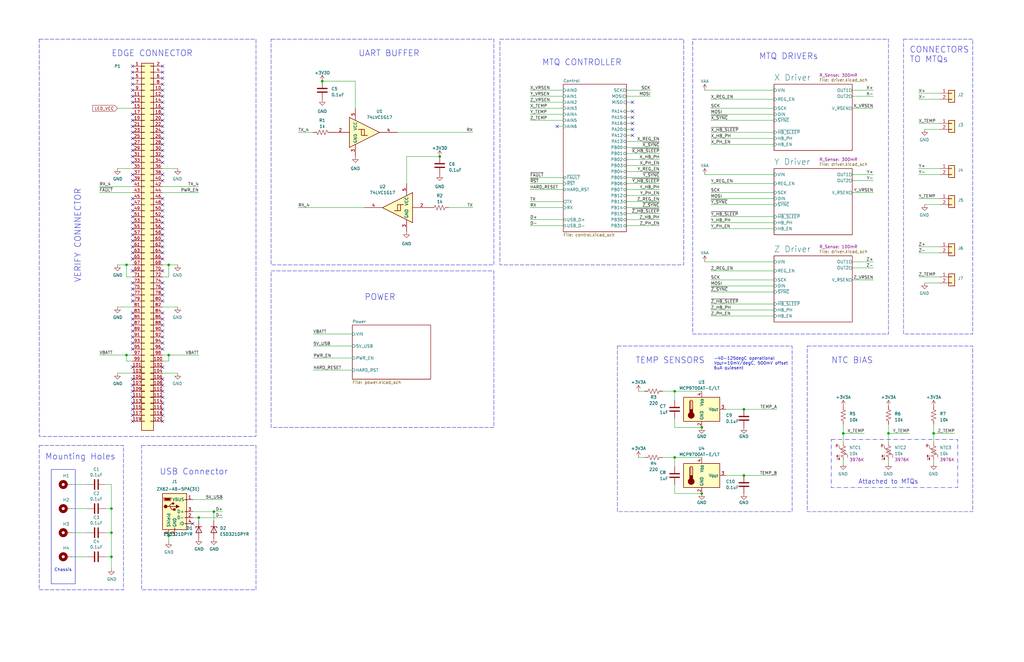
<source format=kicad_sch>
(kicad_sch (version 20230121) (generator eeschema)
  (paper "B")
  (junction (at 71.12 226.06))
  (junction (at 284.48 193.04))
  (junction (at 295.91 208.28))
  (junction (at 284.48 165.1))
  (junction (at 374.65 182.88))
  (junction (at 71.12 111.76))
  (junction (at 355.6 182.88))
  (junction (at 185.42 66.04))
  (junction (at 83.82 218.44))
  (junction (at 295.91 180.34))
  (junction (at 71.12 149.86))
  (junction (at 53.34 111.76))
  (junction (at 313.69 200.66))
  (junction (at 313.69 172.72))
  (junction (at 53.34 149.86))
  (junction (at 46.99 214.63))
  (junction (at 135.89 34.29))
  (junction (at 393.7 182.88))
  (junction (at 46.99 234.95))
  (junction (at 90.17 215.9))
  (junction (at 46.99 224.79))
  (no_connect (at 55.88 132.08))
  (no_connect (at 68.58 91.44))
  (no_connect (at 266.7 49.53))
  (no_connect (at 68.58 134.62))
  (no_connect (at 55.88 147.32))
  (no_connect (at 68.58 40.64))
  (no_connect (at 68.58 30.48))
  (no_connect (at 68.58 170.18))
  (no_connect (at 68.58 50.8))
  (no_connect (at 68.58 147.32))
  (no_connect (at 68.58 99.06))
  (no_connect (at 68.58 119.38))
  (no_connect (at 68.58 114.3))
  (no_connect (at 55.88 101.6))
  (no_connect (at 68.58 88.9))
  (no_connect (at 55.88 83.82))
  (no_connect (at 68.58 175.26))
  (no_connect (at 68.58 124.46))
  (no_connect (at 68.58 68.58))
  (no_connect (at 266.7 52.07))
  (no_connect (at 55.88 66.04))
  (no_connect (at 68.58 121.92))
  (no_connect (at 68.58 35.56))
  (no_connect (at 55.88 104.14))
  (no_connect (at 68.58 86.36))
  (no_connect (at 68.58 48.26))
  (no_connect (at 68.58 142.24))
  (no_connect (at 55.88 50.8))
  (no_connect (at 55.88 106.68))
  (no_connect (at 55.88 30.48))
  (no_connect (at 55.88 139.7))
  (no_connect (at 55.88 144.78))
  (no_connect (at 68.58 53.34))
  (no_connect (at 266.7 57.15))
  (no_connect (at 55.88 127))
  (no_connect (at 68.58 73.66))
  (no_connect (at 68.58 83.82))
  (no_connect (at 55.88 73.66))
  (no_connect (at 68.58 76.2))
  (no_connect (at 55.88 119.38))
  (no_connect (at 55.88 172.72))
  (no_connect (at 55.88 160.02))
  (no_connect (at 55.88 170.18))
  (no_connect (at 68.58 101.6))
  (no_connect (at 68.58 106.68))
  (no_connect (at 68.58 55.88))
  (no_connect (at 68.58 60.96))
  (no_connect (at 55.88 165.1))
  (no_connect (at 81.28 220.98))
  (no_connect (at 68.58 154.94))
  (no_connect (at 68.58 162.56))
  (no_connect (at 55.88 68.58))
  (no_connect (at 55.88 175.26))
  (no_connect (at 68.58 167.64))
  (no_connect (at 68.58 144.78))
  (no_connect (at 68.58 45.72))
  (no_connect (at 55.88 154.94))
  (no_connect (at 55.88 88.9))
  (no_connect (at 55.88 121.92))
  (no_connect (at 55.88 114.3))
  (no_connect (at 68.58 127))
  (no_connect (at 55.88 99.06))
  (no_connect (at 68.58 38.1))
  (no_connect (at 55.88 137.16))
  (no_connect (at 68.58 172.72))
  (no_connect (at 68.58 58.42))
  (no_connect (at 55.88 142.24))
  (no_connect (at 68.58 132.08))
  (no_connect (at 55.88 76.2))
  (no_connect (at 55.88 167.64))
  (no_connect (at 55.88 27.94))
  (no_connect (at 55.88 177.8))
  (no_connect (at 68.58 139.7))
  (no_connect (at 55.88 109.22))
  (no_connect (at 55.88 86.36))
  (no_connect (at 68.58 109.22))
  (no_connect (at 55.88 35.56))
  (no_connect (at 68.58 104.14))
  (no_connect (at 68.58 177.8))
  (no_connect (at 68.58 93.98))
  (no_connect (at 68.58 63.5))
  (no_connect (at 68.58 137.16))
  (no_connect (at 55.88 48.26))
  (no_connect (at 266.7 43.18))
  (no_connect (at 55.88 96.52))
  (no_connect (at 55.88 55.88))
  (no_connect (at 68.58 165.1))
  (no_connect (at 68.58 66.04))
  (no_connect (at 55.88 33.02))
  (no_connect (at 68.58 160.02))
  (no_connect (at 55.88 38.1))
  (no_connect (at 55.88 53.34))
  (no_connect (at 68.58 33.02))
  (no_connect (at 55.88 43.18))
  (no_connect (at 68.58 27.94))
  (no_connect (at 55.88 40.64))
  (no_connect (at 55.88 162.56))
  (no_connect (at 55.88 93.98))
  (no_connect (at 55.88 134.62))
  (no_connect (at 266.7 46.99))
  (no_connect (at 234.95 53.34))
  (no_connect (at 55.88 91.44))
  (no_connect (at 55.88 124.46))
  (no_connect (at 266.7 54.61))
  (no_connect (at 68.58 96.52))
  (no_connect (at 55.88 63.5))
  (no_connect (at 55.88 60.96))
  (no_connect (at 68.58 43.18))
  (no_connect (at 55.88 58.42))
  (wire (pts (xy 223.52 74.93) (xy 237.49 74.93)))
  (wire (pts (xy 132.08 146.05) (xy 148.59 146.05)))
  (wire (pts (xy 53.34 116.84) (xy 53.34 111.76)))
  (wire (pts (xy 135.89 34.29) (xy 149.86 34.29)))
  (wire (pts (xy 264.16 67.31) (xy 278.13 67.31)))
  (wire (pts (xy 264.16 74.93) (xy 278.13 74.93)))
  (wire (pts (xy 368.3 40.64) (xy 359.41 40.64)))
  (wire (pts (xy 125.73 55.88) (xy 132.08 55.88)))
  (wire (pts (xy 71.12 226.06) (xy 71.12 228.6)))
  (wire (pts (xy 83.82 218.44) (xy 93.98 218.44)))
  (wire (pts (xy 299.72 123.19) (xy 326.39 123.19)))
  (wire (pts (xy 46.99 224.79) (xy 46.99 234.95)))
  (wire (pts (xy 81.28 210.82) (xy 93.98 210.82)))
  (wire (pts (xy 171.45 66.04) (xy 185.42 66.04)))
  (wire (pts (xy 393.7 194.31) (xy 393.7 195.58)))
  (wire (pts (xy 71.12 111.76) (xy 71.12 116.84)))
  (wire (pts (xy 393.7 182.88) (xy 402.59 182.88)))
  (wire (pts (xy 223.52 38.1) (xy 237.49 38.1)))
  (wire (pts (xy 264.16 92.71) (xy 278.13 92.71)))
  (wire (pts (xy 264.16 72.39) (xy 278.13 72.39)))
  (wire (pts (xy 223.52 87.63) (xy 237.49 87.63)))
  (wire (pts (xy 374.65 182.88) (xy 383.54 182.88)))
  (wire (pts (xy 374.65 194.31) (xy 374.65 195.58)))
  (wire (pts (xy 30.48 204.47) (xy 36.83 204.47)))
  (wire (pts (xy 125.73 87.63) (xy 153.67 87.63)))
  (wire (pts (xy 68.58 78.74) (xy 83.82 78.74)))
  (wire (pts (xy 368.3 113.03) (xy 359.41 113.03)))
  (wire (pts (xy 368.3 73.66) (xy 359.41 73.66)))
  (wire (pts (xy 223.52 85.09) (xy 237.49 85.09)))
  (wire (pts (xy 387.35 104.14) (xy 396.24 104.14)))
  (wire (pts (xy 299.72 81.28) (xy 326.39 81.28)))
  (wire (pts (xy 68.58 129.54) (xy 74.93 129.54)))
  (wire (pts (xy 264.16 87.63) (xy 278.13 87.63)))
  (wire (pts (xy 299.72 60.96) (xy 326.39 60.96)))
  (wire (pts (xy 90.17 215.9) (xy 93.98 215.9)))
  (wire (pts (xy 299.72 114.3) (xy 326.39 114.3)))
  (wire (pts (xy 299.72 77.47) (xy 326.39 77.47)))
  (wire (pts (xy 264.16 62.23) (xy 278.13 62.23)))
  (wire (pts (xy 53.34 149.86) (xy 55.88 149.86)))
  (wire (pts (xy 264.16 49.53) (xy 266.7 49.53)))
  (wire (pts (xy 132.08 140.97) (xy 148.59 140.97)))
  (wire (pts (xy 223.52 92.71) (xy 237.49 92.71)))
  (wire (pts (xy 355.6 179.07) (xy 355.6 182.88)))
  (wire (pts (xy 299.72 86.36) (xy 326.39 86.36)))
  (wire (pts (xy 299.72 45.72) (xy 326.39 45.72)))
  (wire (pts (xy 71.12 149.86) (xy 83.82 149.86)))
  (wire (pts (xy 264.16 43.18) (xy 266.7 43.18)))
  (wire (pts (xy 368.3 38.1) (xy 359.41 38.1)))
  (wire (pts (xy 389.89 86.36) (xy 396.24 86.36)))
  (wire (pts (xy 30.48 214.63) (xy 36.83 214.63)))
  (wire (pts (xy 359.41 118.11) (xy 368.3 118.11)))
  (wire (pts (xy 41.91 81.28) (xy 55.88 81.28)))
  (wire (pts (xy 279.4 165.1) (xy 284.48 165.1)))
  (wire (pts (xy 53.34 149.86) (xy 53.34 152.4)))
  (wire (pts (xy 306.07 200.66) (xy 313.69 200.66)))
  (wire (pts (xy 387.35 52.07) (xy 396.24 52.07)))
  (wire (pts (xy 284.48 193.04) (xy 284.48 196.85)))
  (wire (pts (xy 299.72 58.42) (xy 326.39 58.42)))
  (wire (pts (xy 389.89 119.38) (xy 396.24 119.38)))
  (wire (pts (xy 374.65 179.07) (xy 374.65 182.88)))
  (wire (pts (xy 264.16 46.99) (xy 266.7 46.99)))
  (wire (pts (xy 44.45 224.79) (xy 46.99 224.79)))
  (wire (pts (xy 46.99 214.63) (xy 46.99 204.47)))
  (wire (pts (xy 387.35 41.91) (xy 396.24 41.91)))
  (wire (pts (xy 389.89 54.61) (xy 396.24 54.61)))
  (wire (pts (xy 279.4 193.04) (xy 284.48 193.04)))
  (wire (pts (xy 223.52 43.18) (xy 237.49 43.18)))
  (wire (pts (xy 271.78 165.1) (xy 269.24 165.1)))
  (wire (pts (xy 264.16 82.55) (xy 278.13 82.55)))
  (wire (pts (xy 387.35 39.37) (xy 396.24 39.37)))
  (wire (pts (xy 264.16 64.77) (xy 278.13 64.77)))
  (wire (pts (xy 71.12 226.06) (xy 73.66 226.06)))
  (wire (pts (xy 284.48 208.28) (xy 284.48 204.47)))
  (wire (pts (xy 299.72 55.88) (xy 326.39 55.88)))
  (wire (pts (xy 55.88 71.12) (xy 49.53 71.12)))
  (wire (pts (xy 299.72 120.65) (xy 326.39 120.65)))
  (wire (pts (xy 393.7 182.88) (xy 393.7 186.69)))
  (wire (pts (xy 223.52 77.47) (xy 237.49 77.47)))
  (wire (pts (xy 90.17 215.9) (xy 90.17 219.71)))
  (wire (pts (xy 359.41 81.28) (xy 368.3 81.28)))
  (wire (pts (xy 223.52 95.25) (xy 237.49 95.25)))
  (wire (pts (xy 313.69 200.66) (xy 327.66 200.66)))
  (wire (pts (xy 49.53 111.76) (xy 53.34 111.76)))
  (wire (pts (xy 368.3 110.49) (xy 359.41 110.49)))
  (wire (pts (xy 53.34 111.76) (xy 55.88 111.76)))
  (wire (pts (xy 46.99 214.63) (xy 46.99 224.79)))
  (wire (pts (xy 299.72 91.44) (xy 326.39 91.44)))
  (wire (pts (xy 234.95 53.34) (xy 237.49 53.34)))
  (wire (pts (xy 71.12 111.76) (xy 74.93 111.76)))
  (wire (pts (xy 387.35 106.68) (xy 396.24 106.68)))
  (wire (pts (xy 49.53 45.72) (xy 55.88 45.72)))
  (wire (pts (xy 299.72 133.35) (xy 326.39 133.35)))
  (wire (pts (xy 284.48 193.04) (xy 295.91 193.04)))
  (wire (pts (xy 299.72 41.91) (xy 326.39 41.91)))
  (wire (pts (xy 264.16 80.01) (xy 278.13 80.01)))
  (wire (pts (xy 393.7 179.07) (xy 393.7 182.88)))
  (wire (pts (xy 355.6 182.88) (xy 355.6 186.69)))
  (wire (pts (xy 68.58 71.12) (xy 74.93 71.12)))
  (wire (pts (xy 295.91 208.28) (xy 284.48 208.28)))
  (wire (pts (xy 83.82 218.44) (xy 83.82 219.71)))
  (wire (pts (xy 132.08 156.21) (xy 148.59 156.21)))
  (wire (pts (xy 387.35 71.12) (xy 396.24 71.12)))
  (wire (pts (xy 387.35 73.66) (xy 396.24 73.66)))
  (wire (pts (xy 41.91 78.74) (xy 55.88 78.74)))
  (wire (pts (xy 284.48 180.34) (xy 284.48 176.53)))
  (wire (pts (xy 368.3 76.2) (xy 359.41 76.2)))
  (wire (pts (xy 264.16 95.25) (xy 278.13 95.25)))
  (wire (pts (xy 264.16 90.17) (xy 278.13 90.17)))
  (wire (pts (xy 297.18 110.49) (xy 326.39 110.49)))
  (wire (pts (xy 149.86 34.29) (xy 149.86 45.72)))
  (wire (pts (xy 306.07 172.72) (xy 313.69 172.72)))
  (wire (pts (xy 299.72 50.8) (xy 326.39 50.8)))
  (wire (pts (xy 44.45 204.47) (xy 46.99 204.47)))
  (wire (pts (xy 299.72 48.26) (xy 326.39 48.26)))
  (wire (pts (xy 81.28 218.44) (xy 83.82 218.44)))
  (wire (pts (xy 53.34 116.84) (xy 55.88 116.84)))
  (wire (pts (xy 264.16 54.61) (xy 266.7 54.61)))
  (wire (pts (xy 223.52 80.01) (xy 237.49 80.01)))
  (wire (pts (xy 374.65 182.88) (xy 374.65 186.69)))
  (wire (pts (xy 264.16 69.85) (xy 278.13 69.85)))
  (wire (pts (xy 355.6 194.31) (xy 355.6 195.58)))
  (wire (pts (xy 71.12 152.4) (xy 68.58 152.4)))
  (wire (pts (xy 49.53 157.48) (xy 55.88 157.48)))
  (wire (pts (xy 46.99 234.95) (xy 44.45 234.95)))
  (wire (pts (xy 387.35 116.84) (xy 396.24 116.84)))
  (wire (pts (xy 46.99 240.03) (xy 46.99 234.95)))
  (wire (pts (xy 284.48 165.1) (xy 284.48 168.91)))
  (wire (pts (xy 199.39 87.63) (xy 189.23 87.63)))
  (wire (pts (xy 355.6 182.88) (xy 364.49 182.88)))
  (wire (pts (xy 68.58 157.48) (xy 74.93 157.48)))
  (wire (pts (xy 313.69 172.72) (xy 327.66 172.72)))
  (wire (pts (xy 387.35 83.82) (xy 396.24 83.82)))
  (wire (pts (xy 49.53 129.54) (xy 55.88 129.54)))
  (wire (pts (xy 299.72 130.81) (xy 326.39 130.81)))
  (wire (pts (xy 81.28 215.9) (xy 90.17 215.9)))
  (wire (pts (xy 299.72 83.82) (xy 326.39 83.82)))
  (wire (pts (xy 264.16 40.64) (xy 274.32 40.64)))
  (wire (pts (xy 284.48 165.1) (xy 295.91 165.1)))
  (wire (pts (xy 297.18 73.66) (xy 326.39 73.66)))
  (wire (pts (xy 68.58 81.28) (xy 83.82 81.28)))
  (wire (pts (xy 199.39 55.88) (xy 167.64 55.88)))
  (wire (pts (xy 264.16 57.15) (xy 266.7 57.15)))
  (wire (pts (xy 295.91 180.34) (xy 284.48 180.34)))
  (wire (pts (xy 299.72 93.98) (xy 326.39 93.98)))
  (wire (pts (xy 53.34 152.4) (xy 55.88 152.4)))
  (wire (pts (xy 271.78 193.04) (xy 269.24 193.04)))
  (wire (pts (xy 30.48 224.79) (xy 36.83 224.79)))
  (wire (pts (xy 264.16 59.69) (xy 278.13 59.69)))
  (wire (pts (xy 223.52 45.72) (xy 237.49 45.72)))
  (wire (pts (xy 68.58 116.84) (xy 71.12 116.84)))
  (wire (pts (xy 359.41 45.72) (xy 368.3 45.72)))
  (wire (pts (xy 223.52 40.64) (xy 237.49 40.64)))
  (wire (pts (xy 299.72 96.52) (xy 326.39 96.52)))
  (wire (pts (xy 30.48 234.95) (xy 36.83 234.95)))
  (wire (pts (xy 264.16 85.09) (xy 278.13 85.09)))
  (wire (pts (xy 44.45 214.63) (xy 46.99 214.63)))
  (wire (pts (xy 297.18 38.1) (xy 326.39 38.1)))
  (wire (pts (xy 264.16 38.1) (xy 274.32 38.1)))
  (wire (pts (xy 132.08 151.13) (xy 148.59 151.13)))
  (wire (pts (xy 71.12 149.86) (xy 68.58 149.86)))
  (wire (pts (xy 71.12 149.86) (xy 71.12 152.4)))
  (wire (pts (xy 171.45 66.04) (xy 171.45 77.47)))
  (wire (pts (xy 299.72 118.11) (xy 326.39 118.11)))
  (wire (pts (xy 264.16 77.47) (xy 278.13 77.47)))
  (wire (pts (xy 223.52 50.8) (xy 237.49 50.8)))
  (wire (pts (xy 68.58 111.76) (xy 71.12 111.76)))
  (wire (pts (xy 299.72 128.27) (xy 326.39 128.27)))
  (wire (pts (xy 223.52 48.26) (xy 237.49 48.26)))
  (wire (pts (xy 53.34 149.86) (xy 41.91 149.86)))
  (wire (pts (xy 264.16 52.07) (xy 266.7 52.07)))
  (rectangle (start 16.51 16.51) (end 107.95 184.15) (stroke (width 0) (type dash)))
  (rectangle (start 114.3 16.51) (end 208.28 111.76) (stroke (width 0) (type dash)))
  (rectangle (start 59.69 187.96) (end 107.95 248.92) (stroke (width 0) (type dash)))
  (rectangle (start 350.52 185.42) (end 403.86 205.74) (stroke (width 0) (type dash_dot)))
  (rectangle (start 21.59 198.12) (end 31.75 246.38))
  (rectangle (start 114.3 114.3) (end 208.28 180.34) (stroke (width 0) (type dash)))
  (rectangle (start 210.82 16.51) (end 288.29 111.76) (stroke (width 0) (type dash)))
  (rectangle (start 292.1 16.51) (end 374.65 140.97) (stroke (width 0) (type dash)))
  (rectangle (start 260.35 146.05) (end 334.01 215.9) (stroke (width 0) (type dash)))
  (rectangle (start 16.51 187.96) (end 52.07 248.92) (stroke (width 0) (type dash)))
  (rectangle (start 381 16.51) (end 410.21 140.97) (stroke (width 0) (type dash)))
  (rectangle (start 340.36 146.05) (end 410.21 215.9) (stroke (width 0) (type dash)))
  (text "EDGE CONNECTOR" (at 46.99 24.13 0) (effects (font (size 2.54 2.54)) (justify left bottom)))
  (text "Chassis" (at 22.86 241.3 0) (effects (font (size 1.27 1.27)) (justify left bottom)))
  (text "UART BUFFER" (at 151.13 24.13 0) (effects (font (size 2.54 2.54)) (justify left bottom)))
  (text "MTQ DRIVERs" (at 320.04 25.4 0) (effects (font (size 2.54 2.54)) (justify left bottom)))
  (text "Attached to MTQs" (at 361.95 204.47 0) (effects (font (size 1.905 1.905)) (justify left bottom)))
  (text "TEMP SENSORS" (at 267.97 153.67 0) (effects (font (size 2.54 2.54)) (justify left bottom)))
  (text "NTC BIAS" (at 350.52 153.67 0) (effects (font (size 2.54 2.54)) (justify left bottom)))
  (text "MTQ CONTROLLER" (at 228.6 27.94 0) (effects (font (size 2.54 2.54)) (justify left bottom)))
  (text "POWER" (at 153.67 127 0) (effects (font (size 2.54 2.54)) (justify left bottom)))
  (text "CONNECTORS \nTO MTQs" (at 383.54 26.67 0) (effects (font (size 2.54 2.54)) (justify left bottom)))
  (text "Mounting Holes" (at 19.05 194.31 0) (effects (font (size 2.54 2.54)) (justify left bottom)))
  (text "-40-125degC operational\nV_{OUT}=10mV/degC, 500mV offset\n6uA quiesent" (at 300.99 156.21 0) (effects (font (size 1.27 1.27)) (justify left bottom)))
  (text "VERIFY CONNNECTOR" (at 34.29 119.38 90) (effects (font (size 2.54 2.54)) (justify left bottom)))
  (text "USB Connector" (at 67.31 200.66 0) (effects (font (size 2.54 2.54)) (justify left bottom)))
  (label "VBATT" (at 132.08 140.97 0))
  (label "SCK" (at 274.32 38.1 180))
  (label "X_VRSEN" (at 368.3 45.72 180))
  (label "Z-" (at 387.35 106.68 0))
  (label "TX_4" (at 125.73 55.88 0))
  (label "~{RST}" (at 223.52 77.47 0))
  (label "Z_PH_EN" (at 299.72 133.35 0))
  (label "MOSI" (at 299.72 83.82 0))
  (label "D+" (at 93.98 215.9 180))
  (label "~{X_HB_SLEEP}" (at 299.72 55.88 0))
  (label "RX" (at 199.39 55.88 180))
  (label "X_TEMP" (at 387.35 52.07 0))
  (label "X_HB_PH" (at 278.13 67.31 180))
  (label "Y_REG_EN" (at 299.72 77.47 0))
  (label "MOSI" (at 274.32 40.64 180))
  (label "Z_HB_PH" (at 278.13 92.71 180))
  (label "VBATT" (at 41.91 149.86 0))
  (label "~{Z_SYNC}" (at 299.72 123.19 0))
  (label "Z_REG_EN" (at 299.72 114.3 0))
  (label "VBATT" (at 83.82 149.86 180))
  (label "X+" (at 368.3 38.1 180))
  (label "TEMP_A" (at 327.66 172.72 180))
  (label "~{X_SYNC}" (at 299.72 50.8 0))
  (label "SCK" (at 299.72 118.11 0))
  (label "RX_4" (at 125.73 87.63 0))
  (label "X-" (at 387.35 41.91 0))
  (label "Y_TEMP" (at 387.35 83.82 0))
  (label "TX" (at 223.52 85.09 0))
  (label "SCK" (at 299.72 45.72 0))
  (label "~{Y_SYNC}" (at 278.13 74.93 180))
  (label "~{FAULT}" (at 41.91 81.28 0))
  (label "RX_4" (at 41.91 78.74 0))
  (label "~{Z_SYNC}" (at 278.13 87.63 180))
  (label "Z+" (at 368.3 110.49 180))
  (label "X-" (at 368.3 40.64 180))
  (label "D-" (at 93.98 218.44 180))
  (label "TX" (at 199.39 87.63 180))
  (label "X_PH_EN" (at 278.13 69.85 180))
  (label "~{Z_HB_SLEEP}" (at 278.13 90.17 180))
  (label "~{X_HB_SLEEP}" (at 278.13 64.77 180))
  (label "MOSI" (at 299.72 120.65 0))
  (label "Z_TEMP" (at 223.52 50.8 0))
  (label "Z_VRSEN" (at 223.52 43.18 0))
  (label "Z_HB_PH" (at 299.72 130.81 0))
  (label "X_VRSEN" (at 223.52 38.1 0))
  (label "~{Y_HB_SLEEP}" (at 278.13 77.47 180))
  (label "X_REG_EN" (at 299.72 41.91 0))
  (label "X+" (at 387.35 39.37 0))
  (label "Y_VRSEN" (at 223.52 40.64 0))
  (label "Y_PH_EN" (at 299.72 96.52 0))
  (label "HARD_RESET" (at 223.52 80.01 0))
  (label "Z_REG_EN" (at 278.13 85.09 180))
  (label "X_TEMP" (at 223.52 45.72 0))
  (label "Y_VRSEN" (at 368.3 81.28 180))
  (label "Y_TEMP" (at 383.54 182.88 180))
  (label "Z_TEMP" (at 402.59 182.88 180))
  (label "~{Y_HB_SLEEP}" (at 299.72 91.44 0))
  (label "X_HB_PH" (at 299.72 58.42 0))
  (label "Y_HB_PH" (at 299.72 93.98 0))
  (label "MOSI" (at 299.72 48.26 0))
  (label "Y_TEMP" (at 223.52 48.26 0))
  (label "5V_USB" (at 93.98 210.82 180))
  (label "X_PH_EN" (at 299.72 60.96 0))
  (label "Y_PH_EN" (at 278.13 82.55 180))
  (label "RX" (at 223.52 87.63 0))
  (label "SCK" (at 299.72 81.28 0))
  (label "~{Z_HB_SLEEP}" (at 299.72 128.27 0))
  (label "Y+" (at 368.3 73.66 180))
  (label "TEMP_B" (at 327.66 200.66 180))
  (label "Y-" (at 368.3 76.2 180))
  (label "~{X_SYNC}" (at 278.13 62.23 180))
  (label "D-" (at 223.52 95.25 0))
  (label "Z+" (at 387.35 104.14 0))
  (label "HARD_RESET" (at 132.08 156.21 0))
  (label "Y_REG_EN" (at 278.13 72.39 180))
  (label "X_REG_EN" (at 278.13 59.69 180))
  (label "Y+" (at 387.35 71.12 0))
  (label "X_TEMP" (at 364.49 182.88 180))
  (label "D+" (at 223.52 92.71 0))
  (label "Y-" (at 387.35 73.66 0))
  (label "Y_HB_PH" (at 278.13 80.01 180))
  (label "~{Y_SYNC}" (at 299.72 86.36 0))
  (label "~{FAULT}" (at 223.52 74.93 0))
  (label "Z_PH_EN" (at 278.13 95.25 180))
  (label "TX_4" (at 83.82 78.74 180))
  (label "Z_VRSEN" (at 368.3 118.11 180))
  (label "Z_TEMP" (at 387.35 116.84 0))
  (label "PWR_EN" (at 132.08 151.13 0))
  (label "Z-" (at 368.3 113.03 180))
  (label "5V_USB" (at 132.08 146.05 0))
  (label "PWR_EN" (at 83.82 81.28 180))
  (global_label "LED_VCC" (shape input) (at 49.53 45.72 180) (property "Intersheetrefs" "${INTERSHEET_REFS}" (effects hide)))
  (symbol (lib_id "power:VAA") (at 297.18 73.66 0) (unit 1)
    (property "Reference" "#PWR024" (effects hide))
    (property "Value" "VAA" (at 297.18 69.85 0))
  )
  (symbol (lib_id "Device:C") (at 40.64 204.47 270) (unit 1)
    (property "Reference" "C1" (at 40.64 198.0692 90))
    (property "Value" "0.1uF" (at 40.64 200.3806 90))
    (property "Footprint" "Capacitor_SMD:C_0603_1608Metric" (effects hide))
    (property "Description" "CAP CER 0.1UF 50V X7R 0402" (effects hide))
    (property "Manufacturer" "TDK" (effects hide))
    (property "Mfr. Part No" "CGA2B3X7R1H104K050BE" (effects hide))
  )
  (symbol (lib_id "Device:C") (at 313.69 176.53 0) (unit 1)
    (property "Reference" "C9" (at 306.07 175.26 0) (effects (justify left)))
    (property "Value" "0.1uF" (at 306.07 177.8 0) (effects (justify left)))
    (property "Footprint" "Capacitor_SMD:C_0603_1608Metric" (effects hide))
    (property "Mfr. Part No" "CGA2B3X7R1H104K050BE" (effects hide))
    (property "Manufacturer" "TDK" (effects hide))
    (property "Description" "CAP CER 0.1UF 50V X7R 0402" (effects hide))
  )
  (symbol (lib_id "power:GND") (at 313.69 208.28 0) (unit 1)
    (property "Reference" "#PWR027" (effects hide))
    (property "Value" "GND" (at 313.69 212.09 0))
  )
  (symbol (lib_id "Device:R_US") (at 275.59 165.1 90) (unit 1)
    (property "Reference" "R3" (at 275.59 167.64 90))
    (property "Value" "220" (at 275.59 170.18 90))
    (property "Footprint" "Resistor_SMD:R_0603_1608Metric" (effects hide))
  )
  (symbol (lib_id "Connector:USB_B_Micro") (at 73.66 215.9 0) (unit 1)
    (property "Reference" "J1" (at 73.66 203.2 0))
    (property "Value" "ZX62-AB-5PA(31)" (at 75.1078 206.3496 0))
    (property "Footprint" "SierraLobo:ZX62-AB-5PA(31)" (effects hide))
    (property "Mfr. Part No" "ZX62-AB-5PA(31)" (effects hide))
    (property "Manufacturer" "Hirose Electric" (effects hide))
    (property "Description" "CONN RCPT USB2.0 MICRO AB SMD RA" (effects hide))
  )
  (symbol (lib_id "Mechanical:MountingHole_Pad") (at 27.94 234.95 90) (unit 1)
    (property "Reference" "H4" (at 27.8638 231.267 90))
    (property "Value" "SLI-Backplane-Blank-Card-KiCad:125mil_hole" (effects hide))
    (property "Footprint" "SierraLobo:125mil_hole" (effects hide))
  )
  (symbol (lib_id "SierraLobo:+3V3A") (at 269.24 193.04 0) (unit 1)
    (property "Reference" "#PWR020" (effects hide))
    (property "Value" "+3V3A" (at 269.24 189.23 0))
  )
  (symbol (lib_id "Device:D_Zener") (at 90.17 223.52 270) (unit 1)
    (property "Reference" "D2" (at 92.71 222.885 90) (effects (justify left)))
    (property "Value" "ESD321DPYR" (at 92.71 225.425 90) (effects (justify left)))
    (property "Footprint" "SierraLobo:D_0402_1005Metric" (effects hide))
    (property "Mfr. Part No" "ESD321DPYR" (effects hide))
    (property "Manufacturer" "Texas Instruments" (effects hide))
    (property "Description" "TVS DIODE 3.6VWM 6.8VC 2X1SON" (effects hide))
  )
  (symbol (lib_id "Device:C") (at 284.48 200.66 0) (unit 1)
    (property "Reference" "C8" (at 278.13 199.39 0) (effects (justify left)))
    (property "Value" "1uF" (at 278.13 201.93 0) (effects (justify left)))
    (property "Footprint" "Capacitor_SMD:C_0805_2012Metric" (effects hide))
    (property "Mfr. Part No" "CGA3E1X7R1V105K080AE" (effects hide))
    (property "Manufacturer" "TDK" (effects hide))
    (property "Description" "CAP CER 1UF 35V X7R 0603" (effects hide))
  )
  (symbol (lib_id "power:GND") (at 71.12 228.6 0) (unit 1)
    (property "Reference" "#PWR06" (effects hide))
    (property "Value" "GND" (at 71.247 232.9942 0))
  )
  (symbol (lib_id "power:GND") (at 389.89 86.36 0) (mirror y) (unit 1)
    (property "Reference" "#PWR033" (effects hide))
    (property "Value" "GND" (at 389.763 90.7542 0))
  )
  (symbol (lib_id "Device:C") (at 284.48 172.72 0) (unit 1)
    (property "Reference" "C7" (at 278.13 171.45 0) (effects (justify left)))
    (property "Value" "1uF" (at 278.13 173.99 0) (effects (justify left)))
    (property "Footprint" "Capacitor_SMD:C_0805_2012Metric" (effects hide))
    (property "Mfr. Part No" "CGA3E1X7R1V105K080AE" (effects hide))
    (property "Manufacturer" "TDK" (effects hide))
    (property "Description" "CAP CER 1UF 35V X7R 0603" (effects hide))
  )
  (symbol (lib_id "Device:C") (at 135.89 38.1 0) (unit 1)
    (property "Reference" "C5" (at 139.7 37.465 0) (effects (justify left)))
    (property "Value" "0.1uF" (at 139.7 40.005 0) (effects (justify left)))
    (property "Footprint" "Capacitor_SMD:C_0603_1608Metric" (effects hide))
  )
  (symbol (lib_id "SierraLobo:+3V3D") (at 135.89 34.29 0) (unit 1)
    (property "Reference" "#PWR013" (effects hide))
    (property "Value" "+3V3D" (at 135.89 30.734 0))
  )
  (symbol (lib_id "Connector_Generic:Conn_01x02") (at 401.32 71.12 0) (unit 1)
    (property "Reference" "J4" (at 403.86 71.755 0) (effects (justify left)))
    (property "Value" "T1M-02-F-SH-L" (effects hide))
    (property "Footprint" "SierraLobo:SAMTEC_T1M-02-F-SH-L-K" (effects hide))
    (property "Manufacturer" "Samtec" (effects hide))
    (property "Mfr. Part No" "T1M-02-F-SH-L-K" (effects hide))
  )
  (symbol (lib_id "power:GND") (at 171.45 97.79 0) (unit 1)
    (property "Reference" "#PWR016" (effects hide))
    (property "Value" "GND" (at 171.45 102.87 0))
  )
  (symbol (lib_id "Device:C") (at 40.64 214.63 270) (unit 1)
    (property "Reference" "C2" (at 40.64 208.2292 90))
    (property "Value" "0.1uF" (at 40.64 210.5406 90))
    (property "Footprint" "Capacitor_SMD:C_0603_1608Metric" (effects hide))
    (property "Description" "CAP CER 0.1UF 50V X7R 0402" (effects hide))
    (property "Manufacturer" "TDK" (effects hide))
    (property "Mfr. Part No" "CGA2B3X7R1H104K050BE" (effects hide))
  )
  (symbol (lib_id "power:GND") (at 295.91 180.34 0) (unit 1)
    (property "Reference" "#PWR021" (effects hide))
    (property "Value" "GND" (at 295.91 184.15 0))
  )
  (symbol (lib_id "power:GND") (at 389.89 119.38 0) (mirror y) (unit 1)
    (property "Reference" "#PWR034" (effects hide))
    (property "Value" "GND" (at 389.763 123.7742 0))
  )
  (symbol (lib_id "Device:C") (at 313.69 204.47 0) (unit 1)
    (property "Reference" "C10" (at 306.07 203.2 0) (effects (justify left)))
    (property "Value" "0.1uF" (at 306.07 205.74 0) (effects (justify left)))
    (property "Footprint" "Capacitor_SMD:C_0603_1608Metric" (effects hide))
    (property "Mfr. Part No" "CGA2B3X7R1H104K050BE" (effects hide))
    (property "Manufacturer" "TDK" (effects hide))
    (property "Description" "CAP CER 0.1UF 50V X7R 0402" (effects hide))
  )
  (symbol (lib_id "SierraLobo:+3V3D") (at 185.42 66.04 0) (mirror y) (unit 1)
    (property "Reference" "#PWR017" (effects hide))
    (property "Value" "+3V3D" (at 185.42 62.484 0))
  )
  (symbol (lib_id "SierraLobo:74LVC1G17") (at 154.94 55.88 0) (unit 1)
    (property "Reference" "U1" (at 160.02 46.99 0))
    (property "Value" "74LVC1G17" (at 160.02 49.53 0))
    (property "Footprint" "Package_TO_SOT_SMD:SOT-353_SC-70-5" (effects hide))
    (property "Datasheet" "https://www.ti.com/lit/ds/symlink/sn74lvc1g17.pdf" (effects hide))
    (property "Manufacturer" "Texas Instruments" (effects hide))
    (property "Mfr. Part No" "SN74LVC1G17QDCKRQ1" (effects hide))
    (property "Description" "IC BUF NON-INVERT 5.5V SC70-5" (effects hide))
  )
  (symbol (lib_id "Mechanical:MountingHole_Pad") (at 27.94 204.47 90) (unit 1)
    (property "Reference" "H1" (at 27.8638 200.787 90))
    (property "Value" "SLI-Backplane-Blank-Card-KiCad:125mil_hole" (effects hide))
    (property "Footprint" "SierraLobo:125mil_hole" (effects hide))
  )
  (symbol (lib_id "Connector_Generic:Conn_01x02") (at 401.32 116.84 0) (unit 1)
    (property "Reference" "J7" (at 403.86 117.475 0) (effects (justify left)))
    (property "Value" "T1M-02-F-SH-L" (effects hide))
    (property "Footprint" "SierraLobo:SAMTEC_T1M-02-F-SH-L-K" (effects hide))
    (property "Manufacturer" "Samtec" (effects hide))
    (property "Mfr. Part No" "T1M-02-F-SH-L-K" (effects hide))
  )
  (symbol (lib_id "Sensor_Temperature:MCP9700Ax-ELT") (at 295.91 172.72 0) (unit 1)
    (property "Reference" "U3" (at 297.18 161.29 0) (effects (justify right)))
    (property "Value" "MCP9700AT-E/LT" (at 303.53 163.83 0) (effects (justify right)))
    (property "Footprint" "Package_TO_SOT_SMD:SOT-353_SC-70-5" (effects hide))
    (property "Datasheet" "http://ww1.microchip.com/downloads/en/DeviceDoc/20001942G.pdf" (effects hide))
    (property "Mfr. Part No" "MCP9700AT-E/LT" (effects hide))
    (property "Manufacturer" "Microchip Technology" (effects hide))
    (property "Description" "SENSOR ANALOG -40C-125C SC70-5" (effects hide))
  )
  (symbol (lib_id "power:GND") (at 49.53 111.76 0) (unit 1)
    (property "Reference" "#PWR03" (effects hide))
    (property "Value" "GND" (at 49.657 116.1542 0))
  )
  (symbol (lib_id "power:GND") (at 149.86 66.04 0) (unit 1)
    (property "Reference" "#PWR015" (effects hide))
    (property "Value" "GND" (at 149.86 71.12 0))
  )
  (symbol (lib_id "SierraLobo:+3V3A") (at 355.6 171.45 0) (unit 1)
    (property "Reference" "#PWR028" (effects hide))
    (property "Value" "+3V3A" (at 355.6 167.64 0))
  )
  (symbol (lib_id "power:GND") (at 355.6 195.58 0) (mirror y) (unit 1)
    (property "Reference" "#PWR029" (effects hide))
    (property "Value" "GND" (at 355.473 199.9742 0))
  )
  (symbol (lib_id "SierraLobo:+3V3A") (at 393.7 171.45 0) (unit 1)
    (property "Reference" "#PWR035" (effects hide))
    (property "Value" "+3V3A" (at 393.7 167.64 0))
  )
  (symbol (lib_id "Device:R_US") (at 185.42 87.63 270) (unit 1)
    (property "Reference" "R2" (at 185.42 82.55 90))
    (property "Value" "1k" (at 185.42 85.09 90))
    (property "Footprint" "Resistor_SMD:R_0603_1608Metric" (effects hide))
  )
  (symbol (lib_id "Connector_Generic:Conn_01x02") (at 401.32 52.07 0) (unit 1)
    (property "Reference" "J3" (at 403.86 52.705 0) (effects (justify left)))
    (property "Value" "T1M-02-F-SH-L" (effects hide))
    (property "Footprint" "SierraLobo:SAMTEC_T1M-02-F-SH-L-K" (effects hide))
    (property "Manufacturer" "Samtec" (effects hide))
    (property "Mfr. Part No" "T1M-02-F-SH-L-K" (effects hide))
  )
  (symbol (lib_id "SierraLobo:+3V3A") (at 269.24 165.1 0) (unit 1)
    (property "Reference" "#PWR019" (effects hide))
    (property "Value" "+3V3A" (at 269.24 161.29 0))
  )
  (symbol (lib_id "Connector_Generic:Conn_01x02") (at 401.32 39.37 0) (unit 1)
    (property "Reference" "J2" (at 403.86 40.005 0) (effects (justify left)))
    (property "Value" "T1M-02-F-SH-L" (effects hide))
    (property "Footprint" "SierraLobo:SAMTEC_T1M-02-F-SH-L-K" (effects hide))
    (property "Manufacturer" "Samtec" (effects hide))
    (property "Mfr. Part No" "T1M-02-F-SH-L-K" (effects hide))
  )
  (symbol (lib_id "Connector_Generic:Conn_01x02") (at 401.32 83.82 0) (unit 1)
    (property "Reference" "J5" (at 403.86 84.455 0) (effects (justify left)))
    (property "Value" "T1M-02-F-SH-L" (effects hide))
    (property "Footprint" "SierraLobo:SAMTEC_T1M-02-F-SH-L-K" (effects hide))
    (property "Manufacturer" "Samtec" (effects hide))
    (property "Mfr. Part No" "T1M-02-F-SH-L-K" (effects hide))
  )
  (symbol (lib_id "Device:R_US") (at 355.6 175.26 0) (unit 1)
    (property "Reference" "R5" (at 358.14 174.625 0) (effects (justify left)))
    (property "Value" "10k" (at 358.14 177.165 0) (effects (justify left)))
    (property "Footprint" "Resistor_SMD:R_0603_1608Metric" (effects hide))
  )
  (symbol (lib_id "power:VAA") (at 297.18 38.1 0) (unit 1)
    (property "Reference" "#PWR023" (effects hide))
    (property "Value" "VAA" (at 297.18 34.29 0))
  )
  (symbol (lib_id "power:GND") (at 90.17 227.33 0) (unit 1)
    (property "Reference" "#PWR012" (effects hide))
    (property "Value" "GND" (at 90.297 231.7242 0))
  )
  (symbol (lib_id "Device:R_US") (at 275.59 193.04 90) (unit 1)
    (property "Reference" "R4" (at 275.59 195.58 90))
    (property "Value" "220" (at 275.59 198.12 90))
    (property "Footprint" "Resistor_SMD:R_0603_1608Metric" (effects hide))
  )
  (symbol (lib_id "power:GND") (at 74.93 111.76 0) (mirror y) (unit 1)
    (property "Reference" "#PWR08" (effects hide))
    (property "Value" "GND" (at 74.803 116.1542 0))
  )
  (symbol (lib_id "Mechanical:MountingHole_Pad") (at 27.94 224.79 90) (unit 1)
    (property "Reference" "H3" (at 27.8638 221.107 90))
    (property "Value" "SLI-Backplane-Blank-Card-KiCad:125mil_hole" (effects hide))
    (property "Footprint" "SierraLobo:125mil_hole" (effects hide))
  )
  (symbol (lib_id "SierraLobo:74LVC1G17") (at 166.37 87.63 0) (mirror y) (unit 1)
    (property "Reference" "U2" (at 161.29 78.74 0))
    (property "Value" "74LVC1G17" (at 161.29 81.28 0))
    (property "Footprint" "Package_TO_SOT_SMD:SOT-353_SC-70-5" (effects hide))
    (property "Datasheet" "https://www.ti.com/lit/ds/symlink/sn74lvc1g17.pdf" (effects hide))
    (property "Manufacturer" "Texas Instruments" (effects hide))
    (property "Mfr. Part No" "SN74LVC1G17QDCKRQ1" (effects hide))
    (property "Description" "IC BUF NON-INVERT 5.5V SC70-5" (effects hide))
  )
  (symbol (lib_id "Connector_Generic:Conn_01x02") (at 401.32 104.14 0) (unit 1)
    (property "Reference" "J6" (at 403.86 104.775 0) (effects (justify left)))
    (property "Value" "T1M-02-F-SH-L" (effects hide))
    (property "Footprint" "SierraLobo:SAMTEC_T1M-02-F-SH-L-K" (effects hide))
    (property "Manufacturer" "Samtec" (effects hide))
    (property "Mfr. Part No" "T1M-02-F-SH-L-K" (effects hide))
  )
  (symbol (lib_id "Mechanical:MountingHole_Pad") (at 27.94 214.63 90) (unit 1)
    (property "Reference" "H2" (at 27.8638 210.947 90))
    (property "Value" "SLI-Backplane-Blank-Card-KiCad:125mil_hole" (effects hide))
    (property "Footprint" "SierraLobo:125mil_hole" (effects hide))
  )
  (symbol (lib_id "power:GND") (at 83.82 227.33 0) (unit 1)
    (property "Reference" "#PWR011" (effects hide))
    (property "Value" "GND" (at 83.947 231.7242 0))
  )
  (symbol (lib_id "power:GND") (at 389.89 54.61 0) (mirror y) (unit 1)
    (property "Reference" "#PWR032" (effects hide))
    (property "Value" "GND" (at 389.763 59.0042 0))
  )
  (symbol (lib_id "power:GND") (at 74.93 71.12 0) (mirror y) (unit 1)
    (property "Reference" "#PWR07" (effects hide))
    (property "Value" "GND" (at 74.803 75.5142 0))
  )
  (symbol (lib_id "SierraLobo:+3V3A") (at 374.65 171.45 0) (unit 1)
    (property "Reference" "#PWR030" (effects hide))
    (property "Value" "+3V3A" (at 374.65 167.64 0))
  )
  (symbol (lib_id "SierraLobo:EdgeConnector_HSEC8-160-01-S-DV-A-K-TR") (at 62.23 26.67 0) (unit 1) (in_bom no)
    (property "Reference" "P1" (at 49.53 27.94 0))
    (property "Value" "Card Edge for HSEC8-160-01-S-DV-A-K-TR" (effects hide))
    (property "Footprint" "SierraLobo:HSEC8-160-CARD-EDGE" (effects hide))
  )
  (symbol (lib_id "power:GND") (at 49.53 157.48 0) (unit 1)
    (property "Reference" "#PWR05" (effects hide))
    (property "Value" "GND" (at 49.657 161.8742 0))
  )
  (symbol (lib_id "Sensor_Temperature:MCP9700Ax-ELT") (at 295.91 200.66 0) (unit 1)
    (property "Reference" "U4" (at 297.18 189.23 0) (effects (justify right)))
    (property "Value" "MCP9700AT-E/LT" (at 303.53 191.77 0) (effects (justify right)))
    (property "Footprint" "Package_TO_SOT_SMD:SOT-353_SC-70-5" (effects hide))
    (property "Datasheet" "http://ww1.microchip.com/downloads/en/DeviceDoc/20001942G.pdf" (effects hide))
    (property "Mfr. Part No" "MCP9700AT-E/LT" (effects hide))
    (property "Manufacturer" "Microchip Technology" (effects hide))
    (property "Description" "SENSOR ANALOG -40C-125C SC70-5" (effects hide))
  )
  (symbol (lib_id "power:GND") (at 295.91 208.28 0) (unit 1)
    (property "Reference" "#PWR022" (effects hide))
    (property "Value" "GND" (at 295.91 212.09 0))
  )
  (symbol (lib_id "power:GND") (at 46.99 240.03 0) (unit 1)
    (property "Reference" "#PWR01" (effects hide))
    (property "Value" "GND" (at 47.117 244.4242 0))
  )
  (symbol (lib_id "Device:R_US") (at 393.7 175.26 0) (unit 1)
    (property "Reference" "R7" (at 396.24 174.625 0) (effects (justify left)))
    (property "Value" "10k" (at 396.24 177.165 0) (effects (justify left)))
    (property "Footprint" "Resistor_SMD:R_0603_1608Metric" (effects hide))
  )
  (symbol (lib_id "power:GND") (at 74.93 129.54 0) (mirror y) (unit 1)
    (property "Reference" "#PWR09" (effects hide))
    (property "Value" "GND" (at 74.803 133.9342 0))
  )
  (symbol (lib_id "Device:Thermistor_NTC_US") (at 355.6 190.5 0) (unit 1) (on_board no)
    (property "Reference" "NTC1" (at 358.14 188.9125 0) (effects (justify left)))
    (property "Value" "10k" (at 358.14 191.4525 0) (effects (justify left)))
    (property "Datasheet" "https://www.te.com/usa-en/product-GA10K3A1AM.datasheet.pdf" (effects hide))
    (property "Manufacturer" "TE" (effects hide))
    (property "Mfr. Part No" "GA10K3A1AM" (effects hide))
    (property "Description" "THERMISTOR NTC 10KOHM 3976K BEAD" (effects hide))
    (property "Value2" "3976K" (at 358.14 193.9925 0) (effects (justify left)))
  )
  (symbol (lib_id "power:GND") (at 185.42 73.66 0) (mirror y) (unit 1)
    (property "Reference" "#PWR018" (effects hide))
    (property "Value" "GND" (at 185.42 78.74 0))
  )
  (symbol (lib_id "Device:D_Zener") (at 83.82 223.52 90) (mirror x) (unit 1)
    (property "Reference" "D1" (at 81.28 222.885 90) (effects (justify left)))
    (property "Value" "ESD321DPYR" (at 81.28 225.425 90) (effects (justify left)))
    (property "Footprint" "SierraLobo:D_0402_1005Metric" (effects hide))
    (property "Mfr. Part No" "ESD321DPYR" (effects hide))
    (property "Manufacturer" "Texas Instruments" (effects hide))
    (property "Description" "TVS DIODE 3.6VWM 6.8VC 2X1SON" (effects hide))
  )
  (symbol (lib_id "Device:R_US") (at 135.89 55.88 90) (mirror x) (unit 1)
    (property "Reference" "R1" (at 135.89 50.8 90))
    (property "Value" "1k" (at 135.89 53.34 90))
    (property "Footprint" "Resistor_SMD:R_0603_1608Metric" (effects hide))
  )
  (symbol (lib_id "power:GND") (at 313.69 180.34 0) (unit 1)
    (property "Reference" "#PWR026" (effects hide))
    (property "Value" "GND" (at 313.69 184.15 0))
  )
  (symbol (lib_id "power:GND") (at 49.53 129.54 0) (unit 1)
    (property "Reference" "#PWR04" (effects hide))
    (property "Value" "GND" (at 49.657 133.9342 0))
  )
  (symbol (lib_id "Device:C") (at 40.64 234.95 270) (unit 1)
    (property "Reference" "C4" (at 40.64 228.5492 90))
    (property "Value" "0.1uF" (at 40.64 230.8606 90))
    (property "Footprint" "Capacitor_SMD:C_0603_1608Metric" (effects hide))
    (property "Description" "CAP CER 0.1UF 50V X7R 0402" (effects hide))
    (property "Manufacturer" "TDK" (effects hide))
    (property "Mfr. Part No" "CGA2B3X7R1H104K050BE" (effects hide))
  )
  (symbol (lib_id "Device:C") (at 40.64 224.79 270) (unit 1)
    (property "Reference" "C3" (at 40.64 218.3892 90))
    (property "Value" "0.1uF" (at 40.64 220.7006 90))
    (property "Footprint" "Capacitor_SMD:C_0603_1608Metric" (effects hide))
    (property "Description" "CAP CER 0.1UF 50V X7R 0402" (effects hide))
    (property "Manufacturer" "TDK" (effects hide))
    (property "Mfr. Part No" "CGA2B3X7R1H104K050BE" (effects hide))
  )
  (symbol (lib_id "power:GND") (at 374.65 195.58 0) (mirror y) (unit 1)
    (property "Reference" "#PWR031" (effects hide))
    (property "Value" "GND" (at 374.523 199.9742 0))
  )
  (symbol (lib_id "power:GND") (at 49.53 71.12 0) (unit 1)
    (property "Reference" "#PWR02" (effects hide))
    (property "Value" "GND" (at 49.657 75.5142 0))
  )
  (symbol (lib_id "Device:C") (at 185.42 69.85 0) (unit 1)
    (property "Reference" "C6" (at 189.23 69.215 0) (effects (justify left)))
    (property "Value" "0.1uF" (at 189.23 71.755 0) (effects (justify left)))
    (property "Footprint" "Capacitor_SMD:C_0603_1608Metric" (effects hide))
  )
  (symbol (lib_id "Device:Thermistor_NTC_US") (at 374.65 190.5 0) (unit 1) (on_board no)
    (property "Reference" "NTC2" (at 377.19 188.9125 0) (effects (justify left)))
    (property "Value" "10k" (at 377.19 191.4525 0) (effects (justify left)))
    (property "Datasheet" "https://www.te.com/usa-en/product-GA10K3A1AM.datasheet.pdf" (effects hide))
    (property "Manufacturer" "TE" (effects hide))
    (property "Mfr. Part No" "GA10K3A1AM" (effects hide))
    (property "Description" "THERMISTOR NTC 10KOHM 3976K BEAD" (effects hide))
    (property "Value2" "3976K" (at 377.19 193.9925 0) (effects (justify left)))
  )
  (symbol (lib_id "Device:R_US") (at 374.65 175.26 0) (unit 1)
    (property "Reference" "R6" (at 377.19 174.625 0) (effects (justify left)))
    (property "Value" "10k" (at 377.19 177.165 0) (effects (justify left)))
    (property "Footprint" "Resistor_SMD:R_0603_1608Metric" (effects hide))
  )
  (symbol (lib_id "power:VAA") (at 297.18 110.49 0) (unit 1)
    (property "Reference" "#PWR025" (effects hide))
    (property "Value" "VAA" (at 297.18 106.68 0))
  )
  (symbol (lib_id "Device:Thermistor_NTC_US") (at 393.7 190.5 0) (unit 1) (on_board no)
    (property "Reference" "NTC3" (at 396.24 188.9125 0) (effects (justify left)))
    (property "Value" "10k" (at 396.24 191.4525 0) (effects (justify left)))
    (property "Datasheet" "https://www.te.com/usa-en/product-GA10K3A1AM.datasheet.pdf" (effects hide))
    (property "Manufacturer" "TE" (effects hide))
    (property "Mfr. Part No" "GA10K3A1AM" (effects hide))
    (property "Description" "THERMISTOR NTC 10KOHM 3976K BEAD" (effects hide))
    (property "Value2" "3976K" (at 396.24 193.9925 0) (effects (justify left)))
  )
  (symbol (lib_id "power:GND") (at 74.93 157.48 0) (mirror y) (unit 1)
    (property "Reference" "#PWR010" (effects hide))
    (property "Value" "GND" (at 74.803 161.8742 0))
  )
  (symbol (lib_id "power:GND") (at 393.7 195.58 0) (mirror y) (unit 1)
    (property "Reference" "#PWR036" (effects hide))
    (property "Value" "GND" (at 393.573 199.9742 0))
  )
  (symbol (lib_id "power:GND") (at 135.89 41.91 0) (unit 1)
    (property "Reference" "#PWR014" (effects hide))
    (property "Value" "GND" (at 135.89 46.99 0))
  )
  (sheet (at 237.49 35.56) (size 26.67 62.23) (stroke (width 0.1524))
    (property "Sheetname" "Control" (at 237.49 34.8484 0) (effects (justify left bottom)))
    (property "Sheetfile" "control.kicad_sch" (at 237.49 98.3746 0) (effects (justify left top)))
    (pin "AIN4" input (at 237.49 48.26 180))
    (pin "AIN6" input (at 237.49 53.34 180))
    (pin "AIN0" input (at 237.49 38.1 180))
    (pin "AIN1" input (at 237.49 40.64 180))
    (pin "AIN5" input (at 237.49 50.8 180))
    (pin "MISO" input (at 264.16 43.18 0))
    (pin "RX" input (at 237.49 87.63 180))
    (pin "PB15" bidirectional (at 264.16 90.17 0))
    (pin "PB14" bidirectional (at 264.16 87.63 0))
    (pin "TX" output (at 237.49 85.09 180))
    (pin "PB30" bidirectional (at 264.16 92.71 0))
    (pin "PB31" bidirectional (at 264.16 95.25 0))
    (pin "PB01" bidirectional (at 264.16 64.77 0))
    (pin "PB00" bidirectional (at 264.16 62.23 0))
    (pin "PB02" bidirectional (at 264.16 67.31 0))
    (pin "PB03" bidirectional (at 264.16 69.85 0))
    (pin "PB04" bidirectional (at 264.16 72.39 0))
    (pin "PB05" bidirectional (at 264.16 74.93 0))
    (pin "PB06" bidirectional (at 264.16 77.47 0))
    (pin "PB07" bidirectional (at 264.16 80.01 0))
    (pin "AIN3" input (at 237.49 45.72 180))
    (pin "AIN2" input (at 237.49 43.18 180))
    (pin "PB12" bidirectional (at 264.16 82.55 0))
    (pin "PB13" bidirectional (at 264.16 85.09 0))
    (pin "MOSI" output (at 264.16 40.64 0))
    (pin "SCK" output (at 264.16 38.1 0))
    (pin "USB_D-" bidirectional (at 237.49 95.25 180))
    (pin "USB_D+" bidirectional (at 237.49 92.71 180))
    (pin "~{RST}" input (at 237.49 77.47 180))
    (pin "PA12" bidirectional (at 264.16 57.15 0))
    (pin "PA13" bidirectional (at 264.16 59.69 0))
    (pin "PA20" bidirectional (at 264.16 54.61 0))
    (pin "PA16" bidirectional (at 264.16 52.07 0))
    (pin "PA15" bidirectional (at 264.16 49.53 0))
    (pin "PA14" bidirectional (at 264.16 46.99 0))
    (pin "~{FAULT}" bidirectional (at 237.49 74.93 180))
    (pin "HARD_RST" bidirectional (at 237.49 80.01 180))
  )
  (sheet (at 326.39 71.12) (size 33.02 27.94) (stroke (width 0.1524))
    (property "Sheetname" "Y Driver" (at 326.39 69.7734 0) (effects (font (size 2.54 2.54)) (justify left bottom)))
    (property "Sheetfile" "driver.kicad_sch" (at 345.44 68.58 0) (effects (justify left top)))
    (property "R_Sense" "300mR" (at 345.44 67.31 0) (show_name) (effects (justify left)))
    (pin "OUT1" output (at 359.41 73.66 0))
    (pin "OUT2" output (at 359.41 76.2 0))
    (pin "V_RSEN" output (at 359.41 81.28 0))
    (pin "HB_EN" input (at 326.39 96.52 180))
    (pin "HB_PH" input (at 326.39 93.98 180))
    (pin "~{HB_SLEEP}" input (at 326.39 91.44 180))
    (pin "~{SYNC}" input (at 326.39 86.36 180))
    (pin "DIN" input (at 326.39 83.82 180))
    (pin "REG_EN" input (at 326.39 77.47 180))
    (pin "SCK" input (at 326.39 81.28 180))
    (pin "VIN" input (at 326.39 73.66 180))
  )
  (sheet (at 148.59 137.16) (size 33.02 22.86) (stroke (width 0.1524))
    (property "Sheetname" "Power" (at 148.59 136.4484 0) (effects (justify left bottom)))
    (property "Sheetfile" "power.kicad_sch" (at 148.59 160.6046 0) (effects (justify left top)))
    (pin "VIN" input (at 148.59 140.97 180))
    (pin "PWR_EN" input (at 148.59 151.13 180))
    (pin "5V_USB" input (at 148.59 146.05 180))
    (pin "HARD_RST" input (at 148.59 156.21 180))
  )
  (sheet (at 326.39 107.95) (size 33.02 27.94) (stroke (width 0.1524))
    (property "Sheetname" "Z Driver" (at 326.39 106.6034 0) (effects (font (size 2.54 2.54)) (justify left bottom)))
    (property "Sheetfile" "driver.kicad_sch" (at 345.44 105.41 0) (effects (justify left top)))
    (property "R_Sense" "100mR" (at 345.44 104.14 0) (show_name) (effects (justify left)))
    (pin "OUT1" output (at 359.41 110.49 0))
    (pin "OUT2" output (at 359.41 113.03 0))
    (pin "V_RSEN" output (at 359.41 118.11 0))
    (pin "HB_EN" input (at 326.39 133.35 180))
    (pin "HB_PH" input (at 326.39 130.81 180))
    (pin "~{HB_SLEEP}" input (at 326.39 128.27 180))
    (pin "~{SYNC}" input (at 326.39 123.19 180))
    (pin "DIN" input (at 326.39 120.65 180))
    (pin "REG_EN" input (at 326.39 114.3 180))
    (pin "SCK" input (at 326.39 118.11 180))
    (pin "VIN" input (at 326.39 110.49 180))
  )
  (sheet (at 326.39 35.56) (size 33.02 27.94) (stroke (width 0.1524))
    (property "Sheetname" "X Driver" (at 326.39 34.2134 0) (effects (font (size 2.54 2.54)) (justify left bottom)))
    (property "Sheetfile" "driver.kicad_sch" (at 345.44 33.02 0) (effects (justify left top)))
    (property "R_Sense" "300mR" (at 345.44 31.75 0) (show_name) (effects (justify left)))
    (pin "OUT1" output (at 359.41 38.1 0))
    (pin "OUT2" output (at 359.41 40.64 0))
    (pin "V_RSEN" output (at 359.41 45.72 0))
    (pin "HB_EN" input (at 326.39 60.96 180))
    (pin "HB_PH" input (at 326.39 58.42 180))
    (pin "~{HB_SLEEP}" input (at 326.39 55.88 180))
    (pin "~{SYNC}" input (at 326.39 50.8 180))
    (pin "DIN" input (at 326.39 48.26 180))
    (pin "REG_EN" input (at 326.39 41.91 180))
    (pin "SCK" input (at 326.39 45.72 180))
    (pin "VIN" input (at 326.39 38.1 180))
  )
)
</source>
